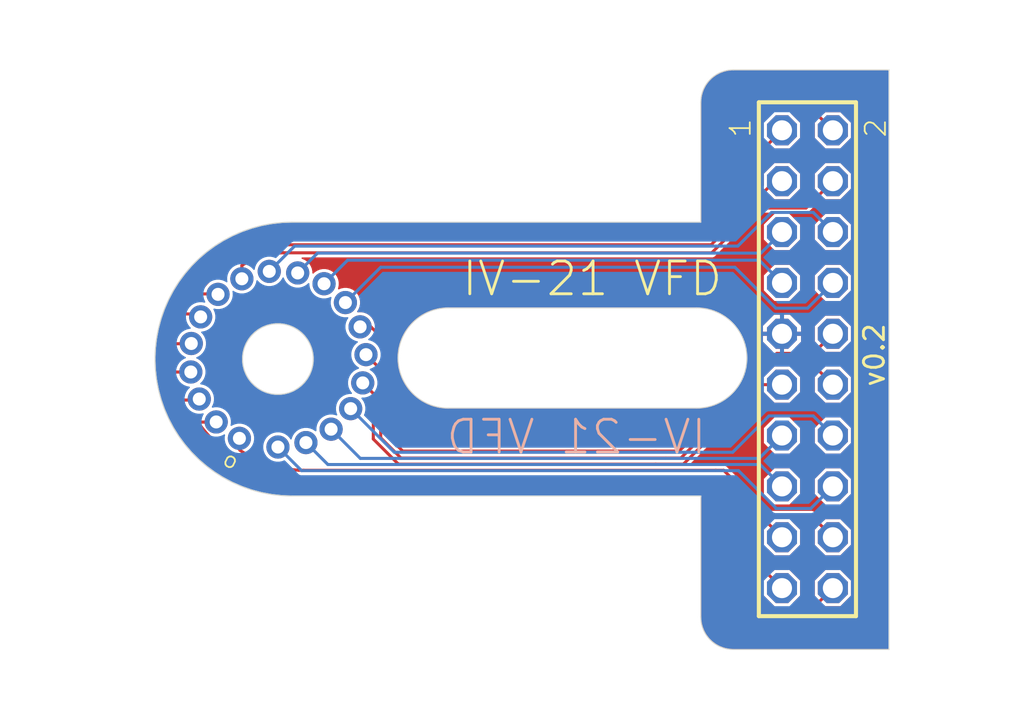
<source format=kicad_pcb>
(kicad_pcb (version 20241229) (generator "pcbnew") (generator_version "9.0")
  (layers (0 "F.Cu" signal) (2 "B.Cu" signal) (13 "F.Paste" user) (15 "B.Paste" user) (5 "F.SilkS" user "F.Silkscreen") (7 "B.SilkS" user "B.Silkscreen") (1 "F.Mask" user) (3 "B.Mask" user) (25 "Edge.Cuts" user))
  (net 0 "")
  (net 1 "GND")
  (net 2 "F1")
  (net 3 "F2")
  (net 4 "A")
  (net 5 "B")
  (net 6 "C")
  (net 7 "D")
  (net 8 "E")
  (net 9 "F")
  (net 10 "G")
  (net 11 "DP")
  (net 12 "G9")
  (net 13 "G8")
  (net 14 "G7")
  (net 15 "G6")
  (net 16 "G5")
  (net 17 "G4")
  (net 18 "G3")
  (net 19 "G2")
  (net 20 "G1")
  (footprint "IV-21VFDsub:IV-21VFD" (layer "F.Cu") (at 137.135686 105.040238 154.1)
    (property "Reference" "U$1" (hide yes))
    (property "Value" "IV-21VFD" (hide yes))
    (fp_text user "o" (at 0.325 -6.025 334.101) (layer "F.SilkS") (effects (font (size 0.8 0.8) (thickness 0.088)) (justify left bottom)))
    (pad "P$1" thru_hole circle (at 0 -4.4 154.1) (size 1.158 1.158) (drill 0.65) (layers "*.Cu" "*.Mask") (net 2 "F1"))
    (pad "P$2" thru_hole circle (at 1.4 -4.169999 154.1) (size 1.158 1.158) (drill 0.65) (layers "*.Cu" "*.Mask") (net 10 "G"))
    (pad "P$3" thru_hole circle (at 2.66 -3.51 154.1) (size 1.158 1.158) (drill 0.65) (layers "*.Cu" "*.Mask") (net 5 "B"))
    (pad "P$4" thru_hole circle (at 3.63 -2.48 154.1) (size 1.158 1.158) (drill 0.65) (layers "*.Cu" "*.Mask") (net 9 "F"))
    (pad "P$5" thru_hole circle (at 4.230001 -1.19 154.1) (size 1.158 1.158) (drill 0.65) (layers "*.Cu" "*.Mask") (net 4 "A"))
    (pad "P$6" thru_hole circle (at 4.39 0.21 154.1) (size 1.158 1.158) (drill 0.65) (layers "*.Cu" "*.Mask") (net 20 "G1"))
    (pad "P$7" thru_hole circle (at 4.1 1.6 154.1) (size 1.158 1.158) (drill 0.65) (layers "*.Cu" "*.Mask") (net 18 "G3"))
    (pad "P$8" thru_hole circle (at 3.37 2.82 154.1) (size 1.158 1.158) (drill 0.65) (layers "*.Cu" "*.Mask") (net 16 "G5"))
    (pad "P$9" thru_hole circle (at 2.3 3.75 154.1) (size 1.158 1.158) (drill 0.65) (layers "*.Cu" "*.Mask") (net 14 "G7"))
    (pad "P$10" thru_hole circle (at 0.99 4.3 154.1) (size 1.158 1.158) (drill 0.65) (layers "*.Cu" "*.Mask") (net 3 "F2"))
    (pad "P$11" thru_hole circle (at -0.43 4.39 154.1) (size 1.158 1.158) (drill 0.65) (layers "*.Cu" "*.Mask") (net 12 "G9"))
    (pad "P$12" thru_hole circle (at -1.8 4.009999 154.1) (size 1.158 1.158) (drill 0.65) (layers "*.Cu" "*.Mask") (net 13 "G8"))
    (pad "P$13" thru_hole circle (at -2.99 3.24 154.1) (size 1.158 1.158) (drill 0.65) (layers "*.Cu" "*.Mask") (net 15 "G6"))
    (pad "P$14" thru_hole circle (at -3.86 2.12 154.1) (size 1.158 1.158) (drill 0.65) (layers "*.Cu" "*.Mask") (net 17 "G4"))
    (pad "P$15" thru_hole circle (at -4.330001 0.78 154.1) (size 1.158 1.158) (drill 0.65) (layers "*.Cu" "*.Mask") (net 19 "G2"))
    (pad "P$16" thru_hole circle (at -4.35 -0.64 154.1) (size 1.158 1.158) (drill 0.65) (layers "*.Cu" "*.Mask") (net 11 "DP"))
    (pad "P$17" thru_hole circle (at -3.92 -1.99 154.1) (size 1.158 1.158) (drill 0.65) (layers "*.Cu" "*.Mask") (net 7 "D"))
    (pad "P$18" thru_hole circle (at -3.08 -3.14 154.1) (size 1.158 1.158) (drill 0.65) (layers "*.Cu" "*.Mask") (net 6 "C"))
    (pad "P$19" thru_hole circle (at -1.92 -3.95 154.1) (size 1.158 1.158) (drill 0.65) (layers "*.Cu" "*.Mask") (net 8 "E"))
  )
  (footprint "IV-21VFDsub:TSW-110-XX-G-D_184" (layer "F.Cu") (at 163.575686 105.047738 90)
    (property "Reference" "X1" (hide yes))
    (property "Value" "TSW-110-07-G-D" (hide yes))
    (fp_line (start 12.829 -2.425) (end 12.829 2.425) (stroke (width 0.2032)) (layer "F.SilkS"))
    (fp_line (start -12.829 -2.425) (end 12.829 -2.425) (stroke (width 0.2032)) (layer "F.SilkS"))
    (fp_line (start 12.829 2.425) (end -12.829 2.425) (stroke (width 0.2032)) (layer "F.SilkS"))
    (fp_line (start -12.829 2.425) (end -12.829 -2.425) (stroke (width 0.2032)) (layer "F.SilkS"))
    (fp_text user "2" (at 11 4 90) (layer "F.SilkS") (effects (font (size 1.012 1.012) (thickness 0.088)) (justify left bottom)))
    (fp_text user "1" (at 11 -2.75 90) (layer "F.SilkS") (effects (font (size 1.012 1.012) (thickness 0.088)) (justify left bottom)))
    (pad "1" thru_hole roundrect (at 11.43 -1.27 270) (size 1.5 1.5) (drill 1) (layers "*.Cu" "*.Mask") (chamfer_ratio 0.2928932188) (chamfer top_left top_right bottom_left bottom_right) (net 20 "G1"))
    (pad "2" thru_hole roundrect (at 11.43 1.27 270) (size 1.5 1.5) (drill 1) (layers "*.Cu" "*.Mask") (chamfer_ratio 0.2928932188) (chamfer top_left top_right bottom_left bottom_right) (net 4 "A"))
    (pad "3" thru_hole roundrect (at 8.89 -1.27 270) (size 1.5 1.5) (drill 1) (layers "*.Cu" "*.Mask") (chamfer_ratio 0.2928932188) (chamfer top_left top_right bottom_left bottom_right) (net 18 "G3"))
    (pad "4" thru_hole roundrect (at 8.89 1.27 270) (size 1.5 1.5) (drill 1) (layers "*.Cu" "*.Mask") (chamfer_ratio 0.2928932188) (chamfer top_left top_right bottom_left bottom_right) (net 16 "G5"))
    (pad "5" thru_hole roundrect (at 6.35 -1.27 270) (size 1.5 1.5) (drill 1) (layers "*.Cu" "*.Mask") (chamfer_ratio 0.2928932188) (chamfer top_left top_right bottom_left bottom_right) (net 3 "F2"))
    (pad "6" thru_hole roundrect (at 6.35 1.27 270) (size 1.5 1.5) (drill 1) (layers "*.Cu" "*.Mask") (chamfer_ratio 0.2928932188) (chamfer top_left top_right bottom_left bottom_right) (net 14 "G7"))
    (pad "7" thru_hole roundrect (at 3.81 -1.27 270) (size 1.5 1.5) (drill 1) (layers "*.Cu" "*.Mask") (chamfer_ratio 0.2928932188) (chamfer top_left top_right bottom_left bottom_right) (net 12 "G9"))
    (pad "8" thru_hole roundrect (at 3.81 1.27 270) (size 1.5 1.5) (drill 1) (layers "*.Cu" "*.Mask") (chamfer_ratio 0.2928932188) (chamfer top_left top_right bottom_left bottom_right) (net 13 "G8"))
    (pad "9" thru_hole roundrect (at 1.27 -1.27 270) (size 1.5 1.5) (drill 1) (layers "*.Cu" "*.Mask") (chamfer_ratio 0.2928932188) (chamfer top_left top_right bottom_left bottom_right) (net 1 "GND"))
    (pad "10" thru_hole roundrect (at 1.27 1.27 270) (size 1.5 1.5) (drill 1) (layers "*.Cu" "*.Mask") (chamfer_ratio 0.2928932188) (chamfer top_left top_right bottom_left bottom_right) (net 15 "G6"))
    (pad "11" thru_hole roundrect (at -1.27 -1.27 270) (size 1.5 1.5) (drill 1) (layers "*.Cu" "*.Mask") (chamfer_ratio 0.2928932188) (chamfer top_left top_right bottom_left bottom_right) (net 19 "G2"))
    (pad "12" thru_hole roundrect (at -1.27 1.27 270) (size 1.5 1.5) (drill 1) (layers "*.Cu" "*.Mask") (chamfer_ratio 0.2928932188) (chamfer top_left top_right bottom_left bottom_right) (net 17 "G4"))
    (pad "13" thru_hole roundrect (at -3.81 -1.27 270) (size 1.5 1.5) (drill 1) (layers "*.Cu" "*.Mask") (chamfer_ratio 0.2928932188) (chamfer top_left top_right bottom_left bottom_right) (net 7 "D"))
    (pad "14" thru_hole roundrect (at -3.81 1.27 270) (size 1.5 1.5) (drill 1) (layers "*.Cu" "*.Mask") (chamfer_ratio 0.2928932188) (chamfer top_left top_right bottom_left bottom_right) (net 11 "DP"))
    (pad "15" thru_hole roundrect (at -6.35 -1.27 270) (size 1.5 1.5) (drill 1) (layers "*.Cu" "*.Mask") (chamfer_ratio 0.2928932188) (chamfer top_left top_right bottom_left bottom_right) (net 6 "C"))
    (pad "16" thru_hole roundrect (at -6.35 1.27 270) (size 1.5 1.5) (drill 1) (layers "*.Cu" "*.Mask") (chamfer_ratio 0.2928932188) (chamfer top_left top_right bottom_left bottom_right) (net 8 "E"))
    (pad "17" thru_hole roundrect (at -8.89 -1.27 270) (size 1.5 1.5) (drill 1) (layers "*.Cu" "*.Mask") (chamfer_ratio 0.2928932188) (chamfer top_left top_right bottom_left bottom_right) (net 10 "G"))
    (pad "18" thru_hole roundrect (at -8.89 1.27 270) (size 1.5 1.5) (drill 1) (layers "*.Cu" "*.Mask") (chamfer_ratio 0.2928932188) (chamfer top_left top_right bottom_left bottom_right) (net 2 "F1"))
    (pad "19" thru_hole roundrect (at -11.43 -1.27 270) (size 1.5 1.5) (drill 1) (layers "*.Cu" "*.Mask") (chamfer_ratio 0.2928932188) (chamfer top_left top_right bottom_left bottom_right) (net 5 "B"))
    (pad "20" thru_hole roundrect (at -11.43 1.27 270) (size 1.5 1.5) (drill 1) (layers "*.Cu" "*.Mask") (chamfer_ratio 0.2928932188) (chamfer top_left top_right bottom_left bottom_right) (net 9 "F"))
  )
  (gr_line (start 158.25 117.915207) (end 158.25 111.87593) (stroke (width 0.05)) (layer "Edge.Cuts"))
  (gr_circle (center 137.135686 105.040238) (end 138.9 105.040238) (stroke (width 0.05)) (fill no) (layer "Edge.Cuts"))
  (gr_line (start 159.874638 90.6) (end 167.65 90.6) (stroke (width 0.05)) (layer "Edge.Cuts"))
  (gr_arc (start 158.035686 102.487738) (mid 160.535686 104.987738) (end 158.035686 107.487738) (stroke (width 0.05)) (layer "Edge.Cuts"))
  (gr_arc (start 145.635686 107.487738) (mid 143.135686 104.987738) (end 145.635686 102.487738) (stroke (width 0.05)) (layer "Edge.Cuts"))
  (gr_line (start 145.635686 102.487738) (end 158.035686 102.487738) (stroke (width 0.05)) (layer "Edge.Cuts"))
  (gr_line (start 159.874638 119.539845) (end 167.65 119.5396) (stroke (width 0.05)) (layer "Edge.Cuts"))
  (gr_line (start 158.25 111.87593) (end 137.835693 111.87593) (stroke (width 0.05)) (layer "Edge.Cuts"))
  (gr_line (start 145.635686 107.487738) (end 158.035686 107.487738) (stroke (width 0.05)) (layer "Edge.Cuts"))
  (gr_arc (start 158.25 92.224638) (mid 158.725845 91.075845) (end 159.874638 90.6) (stroke (width 0.05)) (layer "Edge.Cuts"))
  (gr_line (start 137.83569 98.20455) (end 158.25 98.20455) (stroke (width 0.05)) (layer "Edge.Cuts"))
  (gr_line (start 158.25 92.224638) (end 158.25 98.20455) (stroke (width 0.05)) (layer "Edge.Cuts"))
  (gr_arc (start 159.874638 119.539845) (mid 158.725845 119.064) (end 158.25 117.915207) (stroke (width 0.05)) (layer "Edge.Cuts"))
  (gr_line (start 167.65 90.6) (end 167.65 119.5396) (stroke (width 0.05)) (layer "Edge.Cuts"))
  (gr_arc (start 137.835693 111.875931) (mid 131 105.040238) (end 137.835693 98.204545) (stroke (width 0.05)) (layer "Edge.Cuts"))
  (gr_text "IV-21 VFD" (at 146.235686 101.987738 0) (layer "F.SilkS") (effects (font (size 1.63576 1.63576) (thickness 0.14224)) (justify left bottom)))
  (gr_text "v0.2" (at 167.5 106.5 90) (layer "F.SilkS") (effects (font (size 1 1) (thickness 0.14224)) (justify left bottom)))
  (gr_text "IV-21 VFD" (at 158.635686 109.887738 -0) (layer "B.SilkS") (effects (font (size 1.63576 1.63576) (thickness 0.14224)) (justify left bottom mirror)))
  (segment (start 163.757741 112.849793) (end 161.650207 112.849793) (width 0.1524) (layer "F.Cu") (net 2))
  (segment (start 159.394552 110.594138) (end 159 110.594138) (width 0.1524) (layer "F.Cu") (net 2))
  (segment (start 136.295197 110.172664) (end 135.855708 109.967489) (width 0.1524) (layer "F.Cu") (net 2))
  (segment (start 137.219335 110.464497) (end 136.750895 110.338755) (width 0.1524) (layer "F.Cu") (net 2))
  (segment (start 135.235686 109.587738) (end 135.235686 109.027723) (width 0.1524) (layer "F.Cu") (net 2))
  (segment (start 136.750895 110.338755) (end 136.295197 110.172664) (width 0.1524) (layer "F.Cu") (net 2))
  (segment (start 161.650207 112.849793) (end 159.394552 110.594138) (width 0.1524) (layer "F.Cu") (net 2))
  (segment (start 138.18011 110.591422) (end 137.696952 110.548934) (width 0.1524) (layer "F.Cu") (net 2))
  (segment (start 164.845686 113.937738) (end 163.757741 112.849793) (width 0.1524) (layer "F.Cu") (net 2))
  (segment (start 137.696952 110.548934) (end 137.219335 110.464497) (width 0.1524) (layer "F.Cu") (net 2))
  (segment (start 135.239237 109.016583) (end 135.225445 108.998091) (width 0.1524) (layer "F.Cu") (net 2))
  (segment (start 135.225445 108.998091) (end 135.213758 108.998295) (width 0.1524) (layer "F.Cu") (net 2))
  (segment (start 135.855708 109.967489) (end 135.435774 109.72479) (width 0.1524) (layer "F.Cu") (net 2))
  (segment (start 135.235686 109.027723) (end 135.239237 109.016583) (width 0.1524) (layer "F.Cu") (net 2))
  (segment (start 135.435774 109.72479) (end 135.235686 109.587738) (width 0.1524) (layer "F.Cu") (net 2))
  (segment (start 159 110.594138) (end 138.42262 110.594138) (width 0.1524) (layer "F.Cu") (net 2))
  (segment (start 138.42262 110.594138) (end 138.18011 110.591422) (width 0.1524) (layer "F.Cu") (net 2))
  (segment (start 139.113077 99.75) (end 138.123371 100.739706) (width 0.1524) (layer "B.Cu") (net 3))
  (segment (start 161.253424 99.75) (end 162.305686 98.697738) (width 0.1524) (layer "B.Cu") (net 3))
  (segment (start 139.113077 99.75) (end 161.253424 99.75) (width 0.1524) (layer "B.Cu") (net 3))
  (segment (start 158.369462 98.530538) (end 160.6942 96.2058) (width 0.1524) (layer "F.Cu") (net 4))
  (segment (start 132.6066 101.225073) (end 132.925314 100.823576) (width 0.1524) (layer "F.Cu") (net 4))
  (segment (start 135.3918 99.031475) (end 135.872126 98.852406) (width 0.1524) (layer "F.Cu") (net 4))
  (segment (start 132.319957 101.650061) (end 132.6066 101.225073) (width 0.1524) (layer "F.Cu") (net 4))
  (segment (start 131.385686 104.287738) (end 131.42085 104.03384) (width 0.1524) (layer "F.Cu") (net 4))
  (segment (start 131.668668 103.039796) (end 131.849576 102.560159) (width 0.1524) (layer "F.Cu") (net 4))
  (segment (start 133.651109 100.100555) (end 134.053824 99.783381) (width 0.1524) (layer "F.Cu") (net 4))
  (segment (start 160.6942 93.8058) (end 162 92.5) (width 0.1524) (layer "F.Cu") (net 4))
  (segment (start 136.364884 98.711096) (end 136.867111 98.608396) (width 0.1524) (layer "F.Cu") (net 4))
  (segment (start 137.375786 98.544923) (end 137.631704 98.530538) (width 0.1524) (layer "F.Cu") (net 4))
  (segment (start 137.631704 98.530538) (end 158.369462 98.530538) (width 0.1524) (layer "F.Cu") (net 4))
  (segment (start 132.810761 104.263042) (end 131.385686 104.287738) (width 0.1524) (layer "F.Cu") (net 4))
  (segment (start 160.6942 96.2058) (end 160.6942 93.8058) (width 0.1524) (layer "F.Cu") (net 4))
  (segment (start 134.053824 99.783381) (end 134.479907 99.498367) (width 0.1524) (layer "F.Cu") (net 4))
  (segment (start 133.274184 100.447983) (end 133.651109 100.100555) (width 0.1524) (layer "F.Cu") (net 4))
  (segment (start 132.925314 100.823576) (end 133.274184 100.447983) (width 0.1524) (layer "F.Cu") (net 4))
  (segment (start 131.849576 102.560159) (end 132.067109 102.095984) (width 0.1524) (layer "F.Cu") (net 4))
  (segment (start 131.42085 104.03384) (end 131.525472 103.53201) (width 0.1524) (layer "F.Cu") (net 4))
  (segment (start 134.926795 99.247228) (end 135.3918 99.031475) (width 0.1524) (layer "F.Cu") (net 4))
  (segment (start 131.525472 103.53201) (end 131.668668 103.039796) (width 0.1524) (layer "F.Cu") (net 4))
  (segment (start 135.872126 98.852406) (end 136.364884 98.711096) (width 0.1524) (layer "F.Cu") (net 4))
  (segment (start 136.867111 98.608396) (end 137.375786 98.544923) (width 0.1524) (layer "F.Cu") (net 4))
  (segment (start 162 92.5) (end 163.727948 92.5) (width 0.1524) (layer "F.Cu") (net 4))
  (segment (start 163.727948 92.5) (end 164.845686 93.617738) (width 0.1524) (layer "F.Cu") (net 4))
  (segment (start 132.067109 102.095984) (end 132.319957 101.650061) (width 0.1524) (layer "F.Cu") (net 4))
  (segment (start 134.479907 99.498367) (end 134.926795 99.247228) (width 0.1524) (layer "F.Cu") (net 4))
  (segment (start 133.287566 109.028671) (end 133.629103 109.399243) (width 0.1524) (layer "F.Cu") (net 5))
  (segment (start 132.693207 108.215546) (end 132.975005 108.633352) (width 0.1524) (layer "F.Cu") (net 5))
  (segment (start 132.135686 107.087738) (end 132.228163 107.322144) (width 0.1524) (layer "F.Cu") (net 5))
  (segment (start 132.975005 108.633352) (end 133.287566 109.028671) (width 0.1524) (layer "F.Cu") (net 5))
  (segment (start 159.28202 111.346538) (end 161.326086 113.390604) (width 0.1524) (layer "F.Cu") (net 5))
  (segment (start 134.807288 110.342068) (end 135.243721 110.594056) (width 0.1524) (layer "F.Cu") (net 5))
  (segment (start 135.697946 110.812347) (end 136.167366 110.995693) (width 0.1524) (layer "F.Cu") (net 5))
  (segment (start 133.209686 107.035795) (end 133.165243 107.087738) (width 0.1524) (layer "F.Cu") (net 5))
  (segment (start 132.443785 107.777643) (end 132.693207 108.215546) (width 0.1524) (layer "F.Cu") (net 5))
  (segment (start 136.649299 111.143046) (end 137.140987 111.253563) (width 0.1524) (layer "F.Cu") (net 5))
  (segment (start 133.997665 109.742949) (end 134.391143 110.057824) (width 0.1524) (layer "F.Cu") (net 5))
  (segment (start 133.629103 109.399243) (end 133.997665 109.742949) (width 0.1524) (layer "F.Cu") (net 5))
  (segment (start 134.391143 110.057824) (end 134.807288 110.342068) (width 0.1524) (layer "F.Cu") (net 5))
  (segment (start 137.89082 111.346538) (end 159.28202 111.346538) (width 0.1524) (layer "F.Cu") (net 5))
  (segment (start 136.167366 110.995693) (end 136.649299 111.143046) (width 0.1524) (layer "F.Cu") (net 5))
  (segment (start 161.326086 113.390604) (end 161.326086 115.498138) (width 0.1524) (layer "F.Cu") (net 5))
  (segment (start 133.165243 107.087738) (end 132.135686 107.087738) (width 0.1524) (layer "F.Cu") (net 5))
  (segment (start 137.140987 111.253563) (end 137.63962 111.326612) (width 0.1524) (layer "F.Cu") (net 5))
  (segment (start 132.228163 107.322144) (end 132.443785 107.777643) (width 0.1524) (layer "F.Cu") (net 5))
  (segment (start 135.243721 110.594056) (end 135.697946 110.812347) (width 0.1524) (layer "F.Cu") (net 5))
  (segment (start 137.63962 111.326612) (end 137.89082 111.346538) (width 0.1524) (layer "F.Cu") (net 5))
  (segment (start 161.326086 115.498138) (end 162.305686 116.477738) (width 0.1524) (layer "F.Cu") (net 5))
  (segment (start 139.630367 110.3058) (end 161.213748 110.3058) (width 0.1524) (layer "B.Cu") (net 6))
  (segment (start 161.213748 110.3058) (end 162.305686 111.397738) (width 0.1524) (layer "B.Cu") (net 6))
  (segment (start 139.630367 110.3058) (end 138.534766 109.210199) (width 0.1524) (layer "B.Cu") (net 6))
  (segment (start 141.250096 110) (end 139.792717 108.542621) (width 0.1524) (layer "B.Cu") (net 7))
  (segment (start 161.163424 110) (end 162.305686 108.857738) (width 0.1524) (layer "B.Cu") (net 7))
  (segment (start 141.250096 110) (end 161.163424 110) (width 0.1524) (layer "B.Cu") (net 7))
  (segment (start 138.316919 110.6116) (end 160.134184 110.6116) (width 0.1524) (layer "B.Cu") (net 8))
  (segment (start 160.134184 110.6116) (end 162 112.477416) (width 0.1524) (layer "B.Cu") (net 8))
  (segment (start 138.316919 110.6116) (end 137.13747 109.432151) (width 0.1524) (layer "B.Cu") (net 8))
  (segment (start 162 112.477416) (end 162 112.5) (width 0.1524) (layer "B.Cu") (net 8))
  (segment (start 162 112.5) (end 163.743424 112.5) (width 0.1524) (layer "B.Cu") (net 8))
  (segment (start 163.743424 112.5) (end 164.845686 111.397738) (width 0.1524) (layer "B.Cu") (net 8))
  (segment (start 137.516123 111.678941) (end 137.779151 111.697338) (width 0.1524) (layer "F.Cu") (net 9))
  (segment (start 134.116659 110.358355) (end 134.550907 110.657508) (width 0.1524) (layer "F.Cu") (net 9))
  (segment (start 131.568803 106.467032) (end 131.709165 106.975326) (width 0.1524) (layer "F.Cu") (net 9))
  (segment (start 132.648364 108.855103) (end 132.970537 109.272557) (width 0.1524) (layer "F.Cu") (net 9))
  (segment (start 161.942584 117.5) (end 163.823424 117.5) (width 0.1524) (layer "F.Cu") (net 9))
  (segment (start 163.823424 117.5) (end 164.845686 116.477738) (width 0.1524) (layer "F.Cu") (net 9))
  (segment (start 161 113.496984) (end 161 116.557416) (width 0.1524) (layer "F.Cu") (net 9))
  (segment (start 133.324091 109.663791) (end 133.706899 110.026451) (width 0.1524) (layer "F.Cu") (net 9))
  (segment (start 131.468252 105.94939) (end 131.568803 106.467032) (width 0.1524) (layer "F.Cu") (net 9))
  (segment (start 135.973821 111.341516) (end 136.478672 111.493797) (width 0.1524) (layer "F.Cu") (net 9))
  (segment (start 131.709165 106.975326) (end 131.888494 107.471214) (width 0.1524) (layer "F.Cu") (net 9))
  (segment (start 133.706899 110.026451) (end 134.116659 110.358355) (width 0.1524) (layer "F.Cu") (net 9))
  (segment (start 132.970537 109.272557) (end 133.324091 109.663791) (width 0.1524) (layer "F.Cu") (net 9))
  (segment (start 136.993805 111.606498) (end 137.516123 111.678941) (width 0.1524) (layer "F.Cu") (net 9))
  (segment (start 132.105711 107.951714) (end 132.35951 108.413937) (width 0.1524) (layer "F.Cu") (net 9))
  (segment (start 131.435686 105.687738) (end 131.468252 105.94939) (width 0.1524) (layer "F.Cu") (net 9))
  (segment (start 135.482288 111.150571) (end 135.973821 111.341516) (width 0.1524) (layer "F.Cu") (net 9))
  (segment (start 134.550907 110.657508) (end 135.007031 110.92211) (width 0.1524) (layer "F.Cu") (net 9))
  (segment (start 135.007031 110.92211) (end 135.482288 111.150571) (width 0.1524) (layer "F.Cu") (net 9))
  (segment (start 132.781705 105.687738) (end 131.435686 105.687738) (width 0.1524) (layer "F.Cu") (net 9))
  (segment (start 136.478672 111.493797) (end 136.993805 111.606498) (width 0.1524) (layer "F.Cu") (net 9))
  (segment (start 131.888494 107.471214) (end 132.105711 107.951714) (width 0.1524) (layer "F.Cu") (net 9))
  (segment (start 161 116.557416) (end 161.942584 117.5) (width 0.1524) (layer "F.Cu") (net 9))
  (segment (start 132.787021 105.685554) (end 132.781705 105.687738) (width 0.1524) (layer "F.Cu") (net 9))
  (segment (start 159.200354 111.697338) (end 161 113.496984) (width 0.1524) (layer "F.Cu") (net 9))
  (segment (start 132.35951 108.413937) (end 132.648364 108.855103) (width 0.1524) (layer "F.Cu") (net 9))
  (segment (start 137.779151 111.697338) (end 159.200354 111.697338) (width 0.1524) (layer "F.Cu") (net 9))
  (segment (start 137.930817 110.944938) (end 159.312886 110.944938) (width 0.1524) (layer "F.Cu") (net 10))
  (segment (start 159.312886 110.944938) (end 162.305686 113.937738) (width 0.1524) (layer "F.Cu") (net 10))
  (segment (start 134.054474 108.187738) (end 133.135686 108.187738) (width 0.1524) (layer "F.Cu") (net 10))
  (arc (start 133.135686 108.187738) (mid 135.227623 110.097865) (end 137.930817 110.944938) (width 0.1524) (layer "F.Cu") (net 10))
  (segment (start 159.842558 109.6942) (end 161.65862 107.878138) (width 0.1524) (layer "B.Cu") (net 11))
  (segment (start 140.769209 107.516043) (end 142.947366 109.6942) (width 0.1524) (layer "B.Cu") (net 11))
  (segment (start 142.947366 109.6942) (end 159.842558 109.6942) (width 0.1524) (layer "B.Cu") (net 11))
  (segment (start 161.65862 107.878138) (end 163.866086 107.878138) (width 0.1524) (layer "B.Cu") (net 11))
  (segment (start 163.866086 107.878138) (end 164.845686 108.857738) (width 0.1524) (layer "B.Cu") (net 11))
  (segment (start 139.440056 101.279004) (end 140.61566 100.1034) (width 0.1524) (layer "B.Cu") (net 12))
  (segment (start 161.171348 100.1034) (end 162.305686 101.237738) (width 0.1524) (layer "B.Cu") (net 12))
  (segment (start 140.61566 100.1034) (end 161.171348 100.1034) (width 0.1524) (layer "B.Cu") (net 12))
  (segment (start 163.583424 102.5) (end 164.845686 101.237738) (width 0.1524) (layer "B.Cu") (net 13))
  (segment (start 142.26892 100.4568) (end 159.9568 100.4568) (width 0.1524) (layer "B.Cu") (net 13))
  (segment (start 140.506465 102.219255) (end 142.26892 100.4568) (width 0.1524) (layer "B.Cu") (net 13))
  (segment (start 159.9568 100.4568) (end 162 102.5) (width 0.1524) (layer "B.Cu") (net 13))
  (segment (start 162 102.5) (end 163.583424 102.5) (width 0.1524) (layer "B.Cu") (net 13))
  (segment (start 137.966962 99.4) (end 160.1 99.4) (width 0.1524) (layer "B.Cu") (net 14))
  (segment (start 163.866086 97.718138) (end 164.845686 98.697738) (width 0.1524) (layer "B.Cu") (net 14))
  (segment (start 160.1 99.4) (end 161.781862 97.718138) (width 0.1524) (layer "B.Cu") (net 14))
  (segment (start 136.70471 100.662252) (end 137.966962 99.4) (width 0.1524) (layer "B.Cu") (net 14))
  (segment (start 161.781862 97.718138) (end 163.866086 97.718138) (width 0.1524) (layer "B.Cu") (net 14))
  (segment (start 160.902797 105.902797) (end 162.048254 104.757338) (width 0.1524) (layer "F.Cu") (net 15))
  (segment (start 156 109.635068) (end 157.170526 109.635068) (width 0.1524) (layer "F.Cu") (net 15))
  (segment (start 143.366262 109.635068) (end 142.574895 108.843701) (width 0.1524) (layer "F.Cu") (net 15))
  (segment (start 162.048254 104.757338) (end 163.866086 104.757338) (width 0.1524) (layer "F.Cu") (net 15))
  (segment (start 157.170526 109.635068) (end 160.902797 105.902797) (width 0.1524) (layer "F.Cu") (net 15))
  (segment (start 163.866086 104.757338) (end 164.845686 103.777738) (width 0.1524) (layer "F.Cu") (net 15))
  (segment (start 156 109.635068) (end 143.366262 109.635068) (width 0.1524) (layer "F.Cu") (net 15))
  (segment (start 141.779657 103.43171) (end 142.574895 104.226949) (width 0.1524) (layer "F.Cu") (net 15))
  (segment (start 142.574895 104.226949) (end 142.574895 108.843701) (width 0.1524) (layer "F.Cu") (net 15))
  (segment (start 141.240598 103.43171) (end 141.779657 103.43171) (width 0.1524) (layer "F.Cu") (net 15))
  (segment (start 136.61362 99.824747) (end 136.229735 99.931376) (width 0.1524) (layer "F.Cu") (net 16))
  (segment (start 136.229735 99.931376) (end 135.858675 100.076468) (width 0.1524) (layer "F.Cu") (net 16))
  (segment (start 164.845686 96.157738) (end 163.503424 97.5) (width 0.1524) (layer "F.Cu") (net 16))
  (segment (start 137.603045 99.735338) (end 137.403871 99.730889) (width 0.1524) (layer "F.Cu") (net 16))
  (segment (start 135.858675 100.076468) (end 135.504283 100.258522) (width 0.1524) (layer "F.Cu") (net 16))
  (segment (start 135.504283 100.258522) (end 135.335955 100.365085) (width 0.1524) (layer "F.Cu") (net 16))
  (segment (start 137.006354 99.757687) (end 136.61362 99.824747) (width 0.1524) (layer "F.Cu") (net 16))
  (segment (start 135.335955 100.365085) (end 135.335955 101.031467) (width 0.1524) (layer "F.Cu") (net 16))
  (segment (start 158.79832 99.735338) (end 137.603045 99.735338) (width 0.1524) (layer "F.Cu") (net 16))
  (segment (start 137.403871 99.730889) (end 137.006354 99.757687) (width 0.1524) (layer "F.Cu") (net 16))
  (segment (start 163.503424 97.5) (end 161.033658 97.5) (width 0.1524) (layer "F.Cu") (net 16))
  (segment (start 161.033658 97.5) (end 158.79832 99.735338) (width 0.1524) (layer "F.Cu") (net 16))
  (segment (start 156.5 109.982538) (end 157.255522 109.982538) (width 0.1524) (layer "F.Cu") (net 17))
  (segment (start 142.269095 108.970368) (end 142.269095 105.554329) (width 0.1524) (layer "F.Cu") (net 17))
  (segment (start 161.899922 105.338138) (end 163.866086 105.338138) (width 0.1524) (layer "F.Cu") (net 17))
  (segment (start 157.255522 109.982538) (end 161.899922 105.338138) (width 0.1524) (layer "F.Cu") (net 17))
  (segment (start 143.281266 109.982538) (end 142.269095 108.970368) (width 0.1524) (layer "F.Cu") (net 17))
  (segment (start 142.269095 105.554329) (end 141.533998 104.819232) (width 0.1524) (layer "F.Cu") (net 17))
  (segment (start 156.5 109.982538) (end 143.281266 109.982538) (width 0.1524) (layer "F.Cu") (net 17))
  (segment (start 163.866086 105.338138) (end 164.845686 106.317738) (width 0.1524) (layer "F.Cu") (net 17))
  (segment (start 133.930273 100.897667) (end 134.295512 100.589294) (width 0.1524) (layer "F.Cu") (net 18))
  (segment (start 133.278694 101.596224) (end 133.590622 101.234016) (width 0.1524) (layer "F.Cu") (net 18))
  (segment (start 162.305686 96.157738) (end 161.842262 96.157738) (width 0.2) (layer "F.Cu") (net 18))
  (segment (start 135.964286 99.671463) (end 136.420305 99.528143) (width 0.1524) (layer "F.Cu") (net 18))
  (segment (start 135.52106 99.850472) (end 135.964286 99.671463) (width 0.1524) (layer "F.Cu") (net 18))
  (segment (start 158.767454 99.333738) (end 161.943454 96.157738) (width 0.1524) (layer "F.Cu") (net 18))
  (segment (start 161.774728 96.157738) (end 162.305686 96.157738) (width 0.1524) (layer "F.Cu") (net 18))
  (segment (start 137.359182 99.351945) (end 137.597504 99.333738) (width 0.1524) (layer "F.Cu") (net 18))
  (segment (start 133.590622 101.234016) (end 133.930273 100.897667) (width 0.1524) (layer "F.Cu") (net 18))
  (segment (start 133.135686 101.787738) (end 133.278694 101.596224) (width 0.1524) (layer "F.Cu") (net 18))
  (segment (start 134.295512 100.589294) (end 134.68404 100.310836) (width 0.1524) (layer "F.Cu") (net 18))
  (segment (start 137.597504 99.333738) (end 158.767454 99.333738) (width 0.1524) (layer "F.Cu") (net 18))
  (segment (start 136.886247 99.421413) (end 137.359182 99.351945) (width 0.1524) (layer "F.Cu") (net 18))
  (segment (start 135.093415 100.064044) (end 135.52106 99.850472) (width 0.1524) (layer "F.Cu") (net 18))
  (segment (start 134.68404 100.310836) (end 135.093415 100.064044) (width 0.1524) (layer "F.Cu") (net 18))
  (segment (start 134.116558 101.787738) (end 133.135686 101.787738) (width 0.1524) (layer "F.Cu") (net 18))
  (segment (start 136.420305 99.528143) (end 136.886247 99.421413) (width 0.1524) (layer "F.Cu") (net 18))
  (segment (start 161.943454 96.157738) (end 162.305686 96.157738) (width 0.1524) (layer "F.Cu") (net 18))
  (segment (start 141.371473 106.229935) (end 141.9 106.758462) (width 0.1524) (layer "F.Cu") (net 19))
  (segment (start 141.9 106.758462) (end 141.9 109.033739) (width 0.1524) (layer "F.Cu") (net 19))
  (segment (start 143.154599 110.288338) (end 156 110.288338) (width 0.1524) (layer "F.Cu") (net 19))
  (segment (start 161.352788 106.317738) (end 162.305686 106.317738) (width 0.1524) (layer "F.Cu") (net 19))
  (segment (start 157.382189 110.288338) (end 161.352788 106.317738) (width 0.1524) (layer "F.Cu") (net 19))
  (segment (start 141.9 109.033739) (end 143.154599 110.288338) (width 0.1524) (layer "F.Cu") (net 19))
  (segment (start 156 110.288338) (end 157.382189 110.288338) (width 0.1524) (layer "F.Cu") (net 19))
  (segment (start 137.321262 98.996258) (end 137.571114 98.982938) (width 0.1524) (layer "F.Cu") (net 20))
  (segment (start 133.709985 100.557882) (end 134.095346 100.238686) (width 0.1524) (layer "F.Cu") (net 20))
  (segment (start 134.937097 99.698898) (end 135.387961 99.481849) (width 0.1524) (layer "F.Cu") (net 20))
  (segment (start 133.351725 100.907223) (end 133.709985 100.557882) (width 0.1524) (layer "F.Cu") (net 20))
  (segment (start 158.517062 98.982938) (end 161 96.5) (width 0.1524) (layer "F.Cu") (net 20))
  (segment (start 134.50528 99.951731) (end 134.937097 99.698898) (width 0.1524) (layer "F.Cu") (net 20))
  (segment (start 137.571114 98.982938) (end 158.517062 98.982938) (width 0.1524) (layer "F.Cu") (net 20))
  (segment (start 132.462086 102.112295) (end 132.725721 101.686988) (width 0.1524) (layer "F.Cu") (net 20))
  (segment (start 136.824748 99.058412) (end 137.321262 98.996258) (width 0.1524) (layer "F.Cu") (net 20))
  (segment (start 136.334894 99.160551) (end 136.824748 99.058412) (width 0.1524) (layer "F.Cu") (net 20))
  (segment (start 133.022918 101.284417) (end 133.351725 100.907223) (width 0.1524) (layer "F.Cu") (net 20))
  (segment (start 132.233742 102.557546) (end 132.462086 102.112295) (width 0.1524) (layer "F.Cu") (net 20))
  (segment (start 135.387961 99.481849) (end 135.854915 99.302006) (width 0.1524) (layer "F.Cu") (net 20))
  (segment (start 161 96.5) (end 161 94.923424) (width 0.1524) (layer "F.Cu") (net 20))
  (segment (start 161 94.923424) (end 162.305686 93.617738) (width 0.1524) (layer "F.Cu") (net 20))
  (segment (start 134.095346 100.238686) (end 134.50528 99.951731) (width 0.1524) (layer "F.Cu") (net 20))
  (segment (start 132.725721 101.686988) (end 133.022918 101.284417) (width 0.1524) (layer "F.Cu") (net 20))
  (segment (start 135.854915 99.302006) (end 136.334894 99.160551) (width 0.1524) (layer "F.Cu") (net 20))
  (segment (start 132.135686 102.787738) (end 132.233742 102.557546) (width 0.1524) (layer "F.Cu") (net 20))
  (segment (start 133.124821 102.787738) (end 132.135686 102.787738) (width 0.1524) (layer "F.Cu") (net 20))
  (zone (net 1) (net_name "GND") (layer "F.Cu") (priority 6) (connect_pads (clearance 0.000001)) (min_thickness 0.0762) (fill yes (thermal_gap 0.2024) (thermal_bridge_width 0.2024))
    (polygon (pts (xy 174.411886 90.256175) (xy 174.411886 117.619301) (xy 168.667249 123.363938) (xy 127.704123 123.363938) (xy 125.259486 120.919301) (xy 125.259486 95.156175) (xy 133.304123 87.111538) (xy 171.267249 87.111538)))
  )
  (zone (net 1) (net_name "GND") (layer "B.Cu") (priority 6) (connect_pads (clearance 0.000001)) (min_thickness 0.0762) (fill yes (thermal_gap 0.2024) (thermal_bridge_width 0.2024))
    (polygon (pts (xy 172.511886 91.056175) (xy 172.511886 117.919301) (xy 167.367249 123.063938) (xy 129.204123 123.063938) (xy 124.681804 118.54162) (xy 123.259486 117.119301) (xy 123.259486 96.956175) (xy 131.904123 88.311538) (xy 169.767249 88.311538)))
  )
)
</source>
